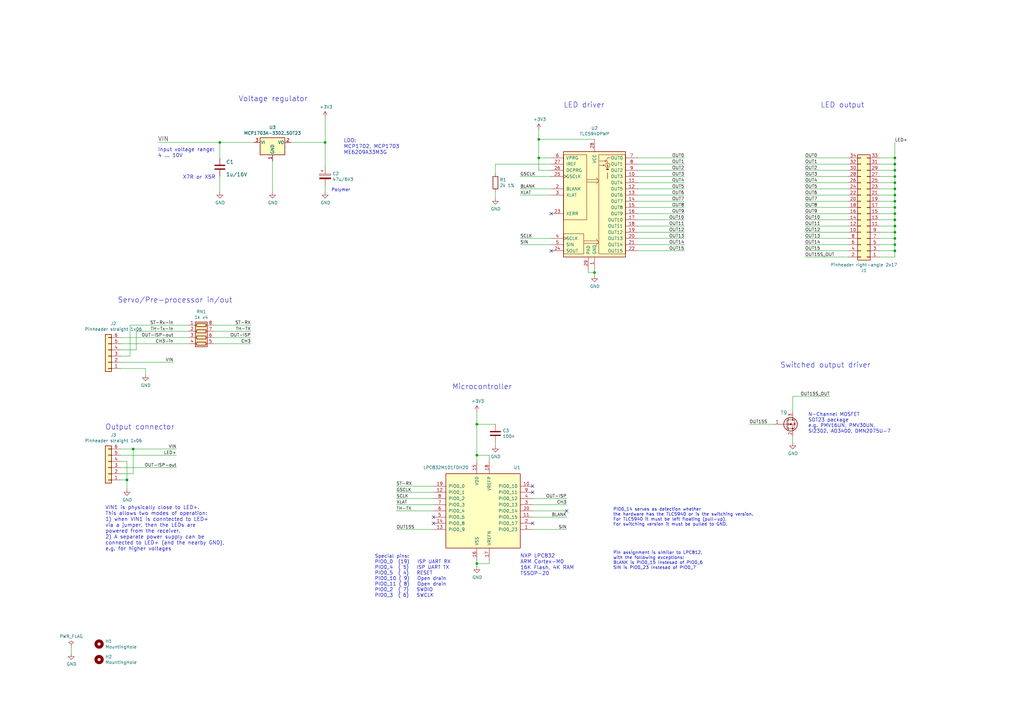
<source format=kicad_sch>
(kicad_sch (version 20211123) (generator eeschema)
  (paper "A3")
  (title_block (title "DIY RC Light Controller Mk4P") (date "2025-01-12") (rev "4") (company "LANE Boys RC") (comment 1 "laneboysrc@gmail.com"))
  (lib_symbols
    (symbol "Connector_Generic:Conn_01x06" (pin_names (offset 1.016) hide)
      (property "Reference" "J" (at 0 7.62 0))
      (property "Value" "Conn_01x06" (at 0 -10.16 0))
      (symbol "Conn_01x06_1_1"
        (rectangle (start -1.27 -7.493) (end 0 -7.747) (stroke (width 0.1524)))
        (rectangle (start -1.27 -4.953) (end 0 -5.207) (stroke (width 0.1524)))
        (rectangle (start -1.27 -2.413) (end 0 -2.667) (stroke (width 0.1524)))
        (rectangle (start -1.27 0.127) (end 0 -0.127) (stroke (width 0.1524)))
        (rectangle (start -1.27 2.667) (end 0 2.413) (stroke (width 0.1524)))
        (rectangle (start -1.27 5.207) (end 0 4.953) (stroke (width 0.1524)))
        (rectangle (start -1.27 6.35) (end 1.27 -8.89) (stroke (width 0.254)) (fill (type background)))
        (pin passive line (at -5.08 5.08 0) (length 3.81) (name "Pin_1") (number "1"))
        (pin passive line (at -5.08 2.54 0) (length 3.81) (name "Pin_2") (number "2"))
        (pin passive line (at -5.08 0 0) (length 3.81) (name "Pin_3") (number "3"))
        (pin passive line (at -5.08 -2.54 0) (length 3.81) (name "Pin_4") (number "4"))
        (pin passive line (at -5.08 -5.08 0) (length 3.81) (name "Pin_5") (number "5"))
        (pin passive line (at -5.08 -7.62 0) (length 3.81) (name "Pin_6") (number "6"))
      )
    )
    (symbol "Connector_Generic:Conn_02x17_Odd_Even" (pin_names (offset 1.016) hide)
      (property "Reference" "J" (at 1.27 22.86 0))
      (property "Value" "Conn_02x17_Odd_Even" (at 1.27 -22.86 0))
      (symbol "Conn_02x17_Odd_Even_1_1"
        (rectangle (start -1.27 -20.193) (end 0 -20.447) (stroke (width 0.1524)))
        (rectangle (start -1.27 -17.653) (end 0 -17.907) (stroke (width 0.1524)))
        (rectangle (start -1.27 -15.113) (end 0 -15.367) (stroke (width 0.1524)))
        (rectangle (start -1.27 -12.573) (end 0 -12.827) (stroke (width 0.1524)))
        (rectangle (start -1.27 -10.033) (end 0 -10.287) (stroke (width 0.1524)))
        (rectangle (start -1.27 -7.493) (end 0 -7.747) (stroke (width 0.1524)))
        (rectangle (start -1.27 -4.953) (end 0 -5.207) (stroke (width 0.1524)))
        (rectangle (start -1.27 -2.413) (end 0 -2.667) (stroke (width 0.1524)))
        (rectangle (start -1.27 0.127) (end 0 -0.127) (stroke (width 0.1524)))
        (rectangle (start -1.27 2.667) (end 0 2.413) (stroke (width 0.1524)))
        (rectangle (start -1.27 5.207) (end 0 4.953) (stroke (width 0.1524)))
        (rectangle (start -1.27 7.747) (end 0 7.493) (stroke (width 0.1524)))
        (rectangle (start -1.27 10.287) (end 0 10.033) (stroke (width 0.1524)))
        (rectangle (start -1.27 12.827) (end 0 12.573) (stroke (width 0.1524)))
        (rectangle (start -1.27 15.367) (end 0 15.113) (stroke (width 0.1524)))
        (rectangle (start -1.27 17.907) (end 0 17.653) (stroke (width 0.1524)))
        (rectangle (start -1.27 20.447) (end 0 20.193) (stroke (width 0.1524)))
        (rectangle (start -1.27 21.59) (end 3.81 -21.59) (stroke (width 0.254)) (fill (type background)))
        (rectangle (start 3.81 -20.193) (end 2.54 -20.447) (stroke (width 0.1524)))
        (rectangle (start 3.81 -17.653) (end 2.54 -17.907) (stroke (width 0.1524)))
        (rectangle (start 3.81 -15.113) (end 2.54 -15.367) (stroke (width 0.1524)))
        (rectangle (start 3.81 -12.573) (end 2.54 -12.827) (stroke (width 0.1524)))
        (rectangle (start 3.81 -10.033) (end 2.54 -10.287) (stroke (width 0.1524)))
        (rectangle (start 3.81 -7.493) (end 2.54 -7.747) (stroke (width 0.1524)))
        (rectangle (start 3.81 -4.953) (end 2.54 -5.207) (stroke (width 0.1524)))
        (rectangle (start 3.81 -2.413) (end 2.54 -2.667) (stroke (width 0.1524)))
        (rectangle (start 3.81 0.127) (end 2.54 -0.127) (stroke (width 0.1524)))
        (rectangle (start 3.81 2.667) (end 2.54 2.413) (stroke (width 0.1524)))
        (rectangle (start 3.81 5.207) (end 2.54 4.953) (stroke (width 0.1524)))
        (rectangle (start 3.81 7.747) (end 2.54 7.493) (stroke (width 0.1524)))
        (rectangle (start 3.81 10.287) (end 2.54 10.033) (stroke (width 0.1524)))
        (rectangle (start 3.81 12.827) (end 2.54 12.573) (stroke (width 0.1524)))
        (rectangle (start 3.81 15.367) (end 2.54 15.113) (stroke (width 0.1524)))
        (rectangle (start 3.81 17.907) (end 2.54 17.653) (stroke (width 0.1524)))
        (rectangle (start 3.81 20.447) (end 2.54 20.193) (stroke (width 0.1524)))
        (pin passive line (at -5.08 20.32 0) (length 3.81) (name "Pin_1") (number "1"))
        (pin passive line (at 7.62 10.16 180) (length 3.81) (name "Pin_10") (number "10"))
        (pin passive line (at -5.08 7.62 0) (length 3.81) (name "Pin_11") (number "11"))
        (pin passive line (at 7.62 7.62 180) (length 3.81) (name "Pin_12") (number "12"))
        (pin passive line (at -5.08 5.08 0) (length 3.81) (name "Pin_13") (number "13"))
        (pin passive line (at 7.62 5.08 180) (length 3.81) (name "Pin_14") (number "14"))
        (pin passive line (at -5.08 2.54 0) (length 3.81) (name "Pin_15") (number "15"))
        (pin passive line (at 7.62 2.54 180) (length 3.81) (name "Pin_16") (number "16"))
        (pin passive line (at -5.08 0 0) (length 3.81) (name "Pin_17") (number "17"))
        (pin passive line (at 7.62 0 180) (length 3.81) (name "Pin_18") (number "18"))
        (pin passive line (at -5.08 -2.54 0) (length 3.81) (name "Pin_19") (number "19"))
        (pin passive line (at 7.62 20.32 180) (length 3.81) (name "Pin_2") (number "2"))
        (pin passive line (at 7.62 -2.54 180) (length 3.81) (name "Pin_20") (number "20"))
        (pin passive line (at -5.08 -5.08 0) (length 3.81) (name "Pin_21") (number "21"))
        (pin passive line (at 7.62 -5.08 180) (length 3.81) (name "Pin_22") (number "22"))
        (pin passive line (at -5.08 -7.62 0) (length 3.81) (name "Pin_23") (number "23"))
        (pin passive line (at 7.62 -7.62 180) (length 3.81) (name "Pin_24") (number "24"))
        (pin passive line (at -5.08 -10.16 0) (length 3.81) (name "Pin_25") (number "25"))
        (pin passive line (at 7.62 -10.16 180) (length 3.81) (name "Pin_26") (number "26"))
        (pin passive line (at -5.08 -12.7 0) (length 3.81) (name "Pin_27") (number "27"))
        (pin passive line (at 7.62 -12.7 180) (length 3.81) (name "Pin_28") (number "28"))
        (pin passive line (at -5.08 -15.24 0) (length 3.81) (name "Pin_29") (number "29"))
        (pin passive line (at -5.08 17.78 0) (length 3.81) (name "Pin_3") (number "3"))
        (pin passive line (at 7.62 -15.24 180) (length 3.81) (name "Pin_30") (number "30"))
        (pin passive line (at -5.08 -17.78 0) (length 3.81) (name "Pin_31") (number "31"))
        (pin passive line (at 7.62 -17.78 180) (length 3.81) (name "Pin_32") (number "32"))
        (pin passive line (at -5.08 -20.32 0) (length 3.81) (name "Pin_33") (number "33"))
        (pin passive line (at 7.62 -20.32 180) (length 3.81) (name "Pin_34") (number "34"))
        (pin passive line (at 7.62 17.78 180) (length 3.81) (name "Pin_4") (number "4"))
        (pin passive line (at -5.08 15.24 0) (length 3.81) (name "Pin_5") (number "5"))
        (pin passive line (at 7.62 15.24 180) (length 3.81) (name "Pin_6") (number "6"))
        (pin passive line (at -5.08 12.7 0) (length 3.81) (name "Pin_7") (number "7"))
        (pin passive line (at 7.62 12.7 180) (length 3.81) (name "Pin_8") (number "8"))
        (pin passive line (at -5.08 10.16 0) (length 3.81) (name "Pin_9") (number "9"))
      )
    )
    (symbol "Device:C" (pin_numbers hide) (pin_names (offset 0.254))
      (property "Reference" "C" (at 0.635 2.54 0))
      (property "Value" "C" (at 0.635 -2.54 0))
      (symbol "C_0_1"
        (polyline (pts (xy -2.032 -0.762) (xy 2.032 -0.762)) (stroke (width 0.508)))
        (polyline (pts (xy -2.032 0.762) (xy 2.032 0.762)) (stroke (width 0.508)))
      )
      (symbol "C_1_1"
        (pin passive line (at 0 3.81 270) (length 2.794) (name "~") (number "1"))
        (pin passive line (at 0 -3.81 90) (length 2.794) (name "~") (number "2"))
      )
    )
    (symbol "Device:Q_NMOS_GSD" (pin_names (offset 0) hide)
      (property "Reference" "Q" (at 5.08 1.27 0))
      (property "Value" "Q_NMOS_GSD" (at 5.08 -1.27 0))
      (symbol "Q_NMOS_GSD_0_1"
        (polyline (pts (xy 0.254 0) (xy -2.54 0)))
        (polyline (pts (xy 0.254 1.905) (xy 0.254 -1.905)) (stroke (width 0.254)))
        (polyline (pts (xy 0.762 -1.27) (xy 0.762 -2.286)) (stroke (width 0.254)))
        (polyline (pts (xy 0.762 0.508) (xy 0.762 -0.508)) (stroke (width 0.254)))
        (polyline (pts (xy 0.762 2.286) (xy 0.762 1.27)) (stroke (width 0.254)))
        (polyline (pts (xy 2.54 2.54) (xy 2.54 1.778)))
        (polyline (pts (xy 2.54 -2.54) (xy 2.54 0) (xy 0.762 0)))
        (polyline (pts (xy 0.762 -1.778) (xy 3.302 -1.778) (xy 3.302 1.778) (xy 0.762 1.778)))
        (polyline (pts (xy 1.016 0) (xy 2.032 0.381) (xy 2.032 -0.381) (xy 1.016 0)) (fill (type outline)))
        (polyline (pts (xy 2.794 0.508) (xy 2.921 0.381) (xy 3.683 0.381) (xy 3.81 0.254)))
        (polyline (pts (xy 3.302 0.381) (xy 2.921 -0.254) (xy 3.683 -0.254) (xy 3.302 0.381)))
        (circle (center 1.651 0) (radius 2.794) (stroke (width 0.254)))
        (circle (center 2.54 -1.778) (radius 0.254) (fill (type outline)))
        (circle (center 2.54 1.778) (radius 0.254) (fill (type outline)))
      )
      (symbol "Q_NMOS_GSD_1_1"
        (pin input line (at -5.08 0 0) (length 2.54) (name "G") (number "1"))
        (pin passive line (at 2.54 -5.08 90) (length 2.54) (name "S") (number "2"))
        (pin passive line (at 2.54 5.08 270) (length 2.54) (name "D") (number "3"))
      )
    )
    (symbol "Device:R" (pin_numbers hide) (pin_names (offset 0))
      (property "Reference" "R" (at 2.032 0 90))
      (property "Value" "R" (at 0 0 90))
      (symbol "R_0_1"
        (rectangle (start -1.016 -2.54) (end 1.016 2.54) (stroke (width 0.254)))
      )
      (symbol "R_1_1"
        (pin passive line (at 0 3.81 270) (length 1.27) (name "~") (number "1"))
        (pin passive line (at 0 -3.81 90) (length 1.27) (name "~") (number "2"))
      )
    )
    (symbol "Device:R_Pack04" (pin_names (offset 0) hide)
      (property "Reference" "RN" (at -7.62 0 90))
      (property "Value" "R_Pack04" (at 5.08 0 90))
      (symbol "R_Pack04_0_1"
        (rectangle (start -6.35 -2.413) (end 3.81 2.413) (stroke (width 0.254)) (fill (type background)))
        (rectangle (start -5.715 1.905) (end -4.445 -1.905) (stroke (width 0.254)))
        (rectangle (start -3.175 1.905) (end -1.905 -1.905) (stroke (width 0.254)))
        (rectangle (start -0.635 1.905) (end 0.635 -1.905) (stroke (width 0.254)))
        (polyline (pts (xy -5.08 -2.54) (xy -5.08 -1.905)))
        (polyline (pts (xy -5.08 1.905) (xy -5.08 2.54)))
        (polyline (pts (xy -2.54 -2.54) (xy -2.54 -1.905)))
        (polyline (pts (xy -2.54 1.905) (xy -2.54 2.54)))
        (polyline (pts (xy 0 -2.54) (xy 0 -1.905)))
        (polyline (pts (xy 0 1.905) (xy 0 2.54)))
        (polyline (pts (xy 2.54 -2.54) (xy 2.54 -1.905)))
        (polyline (pts (xy 2.54 1.905) (xy 2.54 2.54)))
        (rectangle (start 1.905 1.905) (end 3.175 -1.905) (stroke (width 0.254)))
      )
      (symbol "R_Pack04_1_1"
        (pin passive line (at -5.08 -5.08 90) (length 2.54) (name "R1.1") (number "1"))
        (pin passive line (at -2.54 -5.08 90) (length 2.54) (name "R2.1") (number "2"))
        (pin passive line (at 0 -5.08 90) (length 2.54) (name "R3.1") (number "3"))
        (pin passive line (at 2.54 -5.08 90) (length 2.54) (name "R4.1") (number "4"))
        (pin passive line (at 2.54 5.08 270) (length 2.54) (name "R4.2") (number "5"))
        (pin passive line (at 0 5.08 270) (length 2.54) (name "R3.2") (number "6"))
        (pin passive line (at -2.54 5.08 270) (length 2.54) (name "R2.2") (number "7"))
        (pin passive line (at -5.08 5.08 270) (length 2.54) (name "R1.2") (number "8"))
      )
    )
    (symbol "Driver_LED:TLC5940PWP" (pin_names (offset 1.016))
      (property "Reference" "U" (at -12.7 22.225 0))
      (property "Value" "TLC5940PWP" (at 1.27 22.225 0))
      (symbol "TLC5940PWP_0_1"
        (rectangle (start -12.7 -21.59) (end -4.445 -13.335))
        (rectangle (start -12.7 19.05) (end -3.175 -7.62))
        (rectangle (start -12.7 20.32) (end 12.7 -22.86) (stroke (width 0.254)) (fill (type background)))
        (polyline (pts (xy -4.318 -16.256) (xy 1.27 -16.256)))
        (polyline (pts (xy -3.175 8.89) (xy 1.27 8.89)))
        (polyline (pts (xy 1.27 -17.272) (xy -4.318 -17.272)))
        (polyline (pts (xy 1.27 7.874) (xy -3.175 7.874)))
        (polyline (pts (xy 1.778 -16.764) (xy 0.762 -18.034)))
        (polyline (pts (xy 1.778 -16.764) (xy 0.762 -15.494)))
        (polyline (pts (xy 1.778 8.382) (xy 0.762 7.112)))
        (polyline (pts (xy 1.778 8.382) (xy 0.762 9.652)))
        (polyline (pts (xy 5.334 13.716) (xy 5.334 13.208)))
        (polyline (pts (xy 5.334 14.224) (xy 5.588 14.732)))
        (polyline (pts (xy 5.334 15.24) (xy 5.334 14.224) (xy 5.08 14.732)))
        (polyline (pts (xy 5.334 15.748) (xy 5.334 16.002) (xy 4.826 17.272)))
        (polyline (pts (xy 5.334 17.272) (xy 5.334 17.78) (xy 6.604 17.78)))
        (polyline (pts (xy 2.032 14.732) (xy 4.064 14.732) (xy 3.556 14.986) (xy 4.064 14.732) (xy 3.556 14.478)))
        (polyline (pts (xy 2.032 16.51) (xy 4.826 16.51) (xy 4.318 16.764) (xy 4.826 16.51) (xy 4.318 16.256)))
        (rectangle (start 1.778 19.05) (end 12.7 -21.59))
        (rectangle (start 4.826 13.208) (end 5.842 12.954) (fill (type outline)))
        (circle (center 5.334 9.525) (radius 0.127) (fill (type outline)))
        (circle (center 5.334 10.16) (radius 0.127) (fill (type outline)))
        (circle (center 5.334 10.795) (radius 0.127) (fill (type outline)))
        (circle (center 5.334 11.43) (radius 0.127) (fill (type outline)))
        (circle (center 5.334 14.732) (radius 0.9144))
      )
      (symbol "TLC5940PWP_1_1"
        (pin power_in line (at 0 -27.94 90) (length 5.08) (name "GND") (number "1"))
        (pin open_collector line (at 17.78 10.16 180) (length 5.08) (name "OUT3") (number "10"))
        (pin open_collector line (at 17.78 7.62 180) (length 5.08) (name "OUT4") (number "11"))
        (pin open_collector line (at 17.78 5.08 180) (length 5.08) (name "OUT5") (number "12"))
        (pin open_collector line (at 17.78 2.54 180) (length 5.08) (name "OUT6") (number "13"))
        (pin open_collector line (at 17.78 0 180) (length 5.08) (name "OUT7") (number "14"))
        (pin open_collector line (at 17.78 -2.54 180) (length 5.08) (name "OUT8") (number "15"))
        (pin open_collector line (at 17.78 -5.08 180) (length 5.08) (name "OUT9") (number "16"))
        (pin open_collector line (at 17.78 -7.62 180) (length 5.08) (name "OUT10") (number "17"))
        (pin open_collector line (at 17.78 -10.16 180) (length 5.08) (name "OUT11") (number "18"))
        (pin open_collector line (at 17.78 -12.7 180) (length 5.08) (name "OUT12") (number "19"))
        (pin input line (at -17.78 5.08 0) (length 5.08) (name "BLANK") (number "2"))
        (pin open_collector line (at 17.78 -15.24 180) (length 5.08) (name "OUT13") (number "20"))
        (pin open_collector line (at 17.78 -17.78 180) (length 5.08) (name "OUT14") (number "21"))
        (pin open_collector line (at 17.78 -20.32 180) (length 5.08) (name "OUT15") (number "22"))
        (pin open_collector line (at -17.78 -5.08 0) (length 5.08) (name "XERR") (number "23"))
        (pin output line (at -17.78 -20.32 0) (length 5.08) (name "SOUT") (number "24"))
        (pin input clock (at -17.78 10.16 0) (length 5.08) (name "GSCLK") (number "25"))
        (pin input line (at -17.78 12.7 0) (length 5.08) (name "DCPRG") (number "26"))
        (pin input line (at -17.78 15.24 0) (length 5.08) (name "IREF") (number "27"))
        (pin power_in line (at 0 25.4 270) (length 5.08) (name "VCC") (number "28"))
        (pin input line (at -2.54 -27.94 90) (length 5.08) (name "PAD") (number "29"))
        (pin input line (at -17.78 2.54 0) (length 5.08) (name "XLAT") (number "3"))
        (pin input clock (at -17.78 -15.24 0) (length 5.08) (name "SCLK") (number "4"))
        (pin input line (at -17.78 -17.78 0) (length 5.08) (name "SIN") (number "5"))
        (pin input line (at -17.78 17.78 0) (length 5.08) (name "VPRG") (number "6"))
        (pin open_collector line (at 17.78 17.78 180) (length 5.08) (name "OUT0") (number "7"))
        (pin open_collector line (at 17.78 15.24 180) (length 5.08) (name "OUT1") (number "8"))
        (pin open_collector line (at 17.78 12.7 180) (length 5.08) (name "OUT2") (number "9"))
      )
    )
    (symbol "MCU_NXP_LPC:LPC832M101FDH20" (pin_names (offset 1.016))
      (property "Reference" "U" (at -11.43 16.51 0))
      (property "Value" "LPC832M101FDH20" (at 21.59 16.51 0))
      (symbol "LPC832M101FDH20_0_1"
        (rectangle (start -15.24 15.24) (end 15.24 -15.24) (stroke (width 0.254)) (fill (type background)))
      )
      (symbol "LPC832M101FDH20_1_1"
        (pin bidirectional line (at 20.32 -7.62 180) (length 5.08) (name "PIO0_23") (number "1"))
        (pin bidirectional line (at 20.32 10.16 180) (length 5.08) (name "PIO0_10") (number "10"))
        (pin bidirectional line (at 20.32 -2.54 180) (length 5.08) (name "PIO0_15") (number "11"))
        (pin bidirectional line (at -20.32 7.62 0) (length 5.08) (name "PIO0_1") (number "12"))
        (pin bidirectional line (at -20.32 -7.62 0) (length 5.08) (name "PIO0_9") (number "13"))
        (pin bidirectional line (at -20.32 -5.08 0) (length 5.08) (name "PIO0_8") (number "14"))
        (pin power_in line (at -2.54 20.32 270) (length 5.08) (name "VDD") (number "15"))
        (pin power_in line (at -2.54 -20.32 90) (length 5.08) (name "VSS") (number "16"))
        (pin power_in line (at 2.54 -20.32 90) (length 5.08) (name "VREFN") (number "17"))
        (pin power_in line (at 2.54 20.32 270) (length 5.08) (name "VREFP") (number "18"))
        (pin bidirectional line (at -20.32 10.16 0) (length 5.08) (name "PIO0_0") (number "19"))
        (pin bidirectional line (at 20.32 -5.08 180) (length 5.08) (name "PIO0_17") (number "2"))
        (pin bidirectional line (at 20.32 0 180) (length 5.08) (name "PIO0_14") (number "20"))
        (pin bidirectional line (at 20.32 2.54 180) (length 5.08) (name "PIO0_13") (number "3"))
        (pin bidirectional line (at 20.32 5.08 180) (length 5.08) (name "PIO0_12") (number "4"))
        (pin bidirectional line (at -20.32 -2.54 0) (length 5.08) (name "PIO0_5") (number "5"))
        (pin bidirectional line (at -20.32 0 0) (length 5.08) (name "PIO0_4") (number "6"))
        (pin bidirectional line (at -20.32 2.54 0) (length 5.08) (name "PIO0_3") (number "7"))
        (pin bidirectional line (at -20.32 5.08 0) (length 5.08) (name "PIO0_2") (number "8"))
        (pin bidirectional line (at 20.32 7.62 180) (length 5.08) (name "PIO0_11") (number "9"))
      )
    )
    (symbol "Mechanical:MountingHole" (pin_names (offset 1.016))
      (property "Reference" "H" (at 0 5.08 0))
      (property "Value" "MountingHole" (at 0 3.175 0))
      (symbol "MountingHole_0_1"
        (circle (center 0 0) (radius 1.27) (stroke (width 1.27)))
      )
    )
    (symbol "power:+3V3" (power) (pin_names (offset 0))
      (property "Value" "+3V3" (at 0 3.556 0))
      (symbol "+3V3_0_1"
        (polyline (pts (xy -0.762 1.27) (xy 0 2.54)))
        (polyline (pts (xy 0 0) (xy 0 2.54)))
        (polyline (pts (xy 0 2.54) (xy 0.762 1.27)))
      )
      (symbol "+3V3_1_1"
        (pin power_in line (at 0 0 90) (length 0) hide (name "+3V3") (number "1"))
      )
    )
    (symbol "power:GND" (power) (pin_names (offset 0))
      (property "Value" "GND" (at 0 -3.81 0))
      (symbol "GND_0_1"
        (polyline (pts (xy 0 0) (xy 0 -1.27) (xy 1.27 -1.27) (xy 0 -2.54) (xy -1.27 -1.27) (xy 0 -1.27)))
      )
      (symbol "GND_1_1"
        (pin power_in line (at 0 0 270) (length 0) hide (name "GND") (number "1"))
      )
    )
    (symbol "power:PWR_FLAG" (power) (pin_numbers hide) (pin_names (offset 0) hide)
      (property "Value" "PWR_FLAG" (at 0 3.81 0))
      (symbol "PWR_FLAG_0_0"
        (pin power_out line (at 0 0 90) (length 0) (name "pwr") (number "1"))
      )
      (symbol "PWR_FLAG_0_1"
        (polyline (pts (xy 0 0) (xy 0 1.27) (xy -1.016 1.905) (xy 0 2.54) (xy 1.016 1.905) (xy 0 1.27)))
      )
    )
    (symbol "rc-light-controller-pinheader-lpc832-rescue:CP-Device" (pin_numbers hide) (pin_names (offset 0.254))
      (property "Reference" "C" (at 0.635 2.54 0))
      (property "Value" "CP-Device" (at 0.635 -2.54 0))
      (symbol "CP-Device_0_1"
        (rectangle (start -2.286 0.508) (end 2.286 1.016))
        (polyline (pts (xy -1.778 2.286) (xy -0.762 2.286)))
        (polyline (pts (xy -1.27 2.794) (xy -1.27 1.778)))
        (rectangle (start 2.286 -0.508) (end -2.286 -1.016) (fill (type outline)))
      )
      (symbol "CP-Device_1_1"
        (pin passive line (at 0 3.81 270) (length 2.794) (name "~") (number "1"))
        (pin passive line (at 0 -3.81 90) (length 2.794) (name "~") (number "2"))
      )
    )
    (symbol "rc-light-controller-pinheader-lpc832-rescue:MCP1703A-3302_SOT23-Regulator_Linear" (pin_names (offset 0.254))
      (property "Reference" "U" (at -3.81 3.175 0))
      (property "Value" "MCP1703A-3302_SOT23-Regulator_Linear" (at 0 3.175 0))
      (symbol "MCP1703A-3302_SOT23-Regulator_Linear_0_1"
        (rectangle (start -5.08 -5.08) (end 5.08 1.905) (stroke (width 0.254)) (fill (type background)))
      )
      (symbol "MCP1703A-3302_SOT23-Regulator_Linear_1_1"
        (pin power_in line (at 0 -7.62 90) (length 2.54) (name "GND") (number "1"))
        (pin power_out line (at 7.62 0 180) (length 2.54) (name "VO") (number "2"))
        (pin power_in line (at -7.62 0 0) (length 2.54) (name "VI") (number "3"))
      )
    )
  )
  (junction (at 367.03 82.55))
  (junction (at 54.61 184.15))
  (junction (at 367.03 74.93))
  (junction (at 195.58 231.14))
  (junction (at 367.03 95.25))
  (junction (at 367.03 97.79))
  (junction (at 220.98 57.15))
  (junction (at 195.58 186.69))
  (junction (at 195.58 173.99))
  (junction (at 367.03 87.63))
  (junction (at 367.03 102.87))
  (junction (at 367.03 85.09))
  (junction (at 367.03 77.47))
  (junction (at 52.07 196.85))
  (junction (at 90.17 58.42))
  (junction (at 367.03 69.85))
  (junction (at 367.03 80.01))
  (junction (at 367.03 67.31))
  (junction (at 133.35 58.42))
  (junction (at 220.98 64.77))
  (junction (at 367.03 100.33))
  (junction (at 367.03 64.77))
  (junction (at 367.03 72.39))
  (junction (at 367.03 90.17))
  (junction (at 367.03 92.71))
  (junction (at 243.84 111.76))
  (no_connect (at 226.06 87.63))
  (no_connect (at 232.41 209.55))
  (no_connect (at 177.8 214.63))
  (no_connect (at 226.06 102.87))
  (no_connect (at 218.44 199.39))
  (no_connect (at 218.44 214.63))
  (no_connect (at 218.44 201.93))
  (no_connect (at 177.8 212.09))
  (wire (pts (xy 330.2 69.85) (xy 347.98 69.85)))
  (wire (pts (xy 213.36 97.79) (xy 226.06 97.79)))
  (wire (pts (xy 307.34 173.99) (xy 317.5 173.99)))
  (wire (pts (xy 367.03 90.17) (xy 367.03 92.71)))
  (wire (pts (xy 49.53 194.31) (xy 54.61 194.31)))
  (wire (pts (xy 367.03 85.09) (xy 367.03 87.63)))
  (wire (pts (xy 195.58 229.87) (xy 195.58 231.14)))
  (wire (pts (xy 162.56 201.93) (xy 177.8 201.93)))
  (wire (pts (xy 330.2 82.55) (xy 347.98 82.55)))
  (wire (pts (xy 226.06 69.85) (xy 220.98 69.85)))
  (wire (pts (xy 241.3 111.76) (xy 243.84 111.76)))
  (wire (pts (xy 360.68 85.09) (xy 367.03 85.09)))
  (wire (pts (xy 90.17 78.74) (xy 90.17 72.39)))
  (wire (pts (xy 261.62 72.39) (xy 280.67 72.39)))
  (wire (pts (xy 243.84 57.15) (xy 220.98 57.15)))
  (wire (pts (xy 367.03 100.33) (xy 367.03 102.87)))
  (wire (pts (xy 54.61 194.31) (xy 54.61 184.15)))
  (wire (pts (xy 220.98 64.77) (xy 220.98 57.15)))
  (wire (pts (xy 49.53 184.15) (xy 54.61 184.15)))
  (wire (pts (xy 29.21 265.43) (xy 29.21 267.97)))
  (wire (pts (xy 360.68 95.25) (xy 367.03 95.25)))
  (wire (pts (xy 243.84 111.76) (xy 243.84 113.03)))
  (wire (pts (xy 203.2 67.31) (xy 203.2 71.12)))
  (wire (pts (xy 261.62 97.79) (xy 280.67 97.79)))
  (wire (pts (xy 213.36 72.39) (xy 226.06 72.39)))
  (wire (pts (xy 330.2 95.25) (xy 347.98 95.25)))
  (wire (pts (xy 367.03 72.39) (xy 367.03 69.85)))
  (wire (pts (xy 261.62 69.85) (xy 280.67 69.85)))
  (wire (pts (xy 367.03 64.77) (xy 367.03 58.42)))
  (wire (pts (xy 325.12 168.91) (xy 325.12 162.56)))
  (wire (pts (xy 241.3 110.49) (xy 241.3 111.76)))
  (wire (pts (xy 360.68 92.71) (xy 367.03 92.71)))
  (wire (pts (xy 360.68 80.01) (xy 367.03 80.01)))
  (wire (pts (xy 261.62 82.55) (xy 280.67 82.55)))
  (wire (pts (xy 330.2 64.77) (xy 347.98 64.77)))
  (wire (pts (xy 367.03 72.39) (xy 360.68 72.39)))
  (wire (pts (xy 330.2 97.79) (xy 347.98 97.79)))
  (wire (pts (xy 360.68 90.17) (xy 367.03 90.17)))
  (wire (pts (xy 232.41 207.01) (xy 218.44 207.01)))
  (wire (pts (xy 261.62 92.71) (xy 280.67 92.71)))
  (wire (pts (xy 367.03 69.85) (xy 367.03 67.31)))
  (wire (pts (xy 330.2 72.39) (xy 347.98 72.39)))
  (wire (pts (xy 49.53 148.59) (xy 71.12 148.59)))
  (wire (pts (xy 367.03 97.79) (xy 367.03 100.33)))
  (wire (pts (xy 226.06 77.47) (xy 213.36 77.47)))
  (wire (pts (xy 133.35 76.2) (xy 133.35 78.74)))
  (wire (pts (xy 330.2 74.93) (xy 347.98 74.93)))
  (wire (pts (xy 59.69 151.13) (xy 49.53 151.13)))
  (wire (pts (xy 330.2 85.09) (xy 347.98 85.09)))
  (wire (pts (xy 261.62 102.87) (xy 280.67 102.87)))
  (wire (pts (xy 330.2 67.31) (xy 347.98 67.31)))
  (wire (pts (xy 90.17 64.77) (xy 90.17 58.42)))
  (wire (pts (xy 243.84 110.49) (xy 243.84 111.76)))
  (wire (pts (xy 360.68 105.41) (xy 367.03 105.41)))
  (wire (pts (xy 325.12 179.07) (xy 325.12 181.61)))
  (wire (pts (xy 232.41 204.47) (xy 218.44 204.47)))
  (wire (pts (xy 72.39 191.77) (xy 49.53 191.77)))
  (wire (pts (xy 111.76 66.04) (xy 111.76 78.74)))
  (wire (pts (xy 261.62 90.17) (xy 280.67 90.17)))
  (wire (pts (xy 360.68 100.33) (xy 367.03 100.33)))
  (wire (pts (xy 102.87 133.35) (xy 87.63 133.35)))
  (wire (pts (xy 367.03 80.01) (xy 367.03 82.55)))
  (wire (pts (xy 119.38 58.42) (xy 133.35 58.42)))
  (wire (pts (xy 203.2 78.74) (xy 203.2 81.28)))
  (wire (pts (xy 261.62 95.25) (xy 280.67 95.25)))
  (wire (pts (xy 200.66 229.87) (xy 200.66 231.14)))
  (wire (pts (xy 53.34 133.35) (xy 53.34 146.05)))
  (wire (pts (xy 360.68 82.55) (xy 367.03 82.55)))
  (wire (pts (xy 49.53 186.69) (xy 72.39 186.69)))
  (wire (pts (xy 367.03 87.63) (xy 367.03 90.17)))
  (wire (pts (xy 330.2 87.63) (xy 347.98 87.63)))
  (wire (pts (xy 200.66 231.14) (xy 195.58 231.14)))
  (wire (pts (xy 360.68 102.87) (xy 367.03 102.87)))
  (wire (pts (xy 232.41 209.55) (xy 218.44 209.55)))
  (wire (pts (xy 55.88 143.51) (xy 49.53 143.51)))
  (wire (pts (xy 55.88 135.89) (xy 55.88 143.51)))
  (wire (pts (xy 49.53 138.43) (xy 77.47 138.43)))
  (wire (pts (xy 367.03 77.47) (xy 367.03 74.93)))
  (wire (pts (xy 360.68 77.47) (xy 367.03 77.47)))
  (wire (pts (xy 53.34 133.35) (xy 77.47 133.35)))
  (wire (pts (xy 177.8 199.39) (xy 162.56 199.39)))
  (wire (pts (xy 203.2 67.31) (xy 226.06 67.31)))
  (wire (pts (xy 203.2 173.99) (xy 195.58 173.99)))
  (wire (pts (xy 133.35 58.42) (xy 133.35 48.26)))
  (wire (pts (xy 203.2 181.61) (xy 203.2 182.88)))
  (wire (pts (xy 52.07 189.23) (xy 52.07 196.85)))
  (wire (pts (xy 360.68 87.63) (xy 367.03 87.63)))
  (wire (pts (xy 55.88 135.89) (xy 77.47 135.89)))
  (wire (pts (xy 162.56 204.47) (xy 177.8 204.47)))
  (wire (pts (xy 261.62 74.93) (xy 280.67 74.93)))
  (wire (pts (xy 133.35 58.42) (xy 133.35 68.58)))
  (wire (pts (xy 330.2 92.71) (xy 347.98 92.71)))
  (wire (pts (xy 195.58 231.14) (xy 195.58 232.41)))
  (wire (pts (xy 232.41 217.17) (xy 218.44 217.17)))
  (wire (pts (xy 367.03 95.25) (xy 367.03 97.79)))
  (wire (pts (xy 360.68 74.93) (xy 367.03 74.93)))
  (wire (pts (xy 195.58 168.91) (xy 195.58 173.99)))
  (wire (pts (xy 200.66 189.23) (xy 200.66 186.69)))
  (wire (pts (xy 195.58 186.69) (xy 195.58 189.23)))
  (wire (pts (xy 232.41 212.09) (xy 218.44 212.09)))
  (wire (pts (xy 261.62 64.77) (xy 280.67 64.77)))
  (wire (pts (xy 261.62 87.63) (xy 280.67 87.63)))
  (wire (pts (xy 367.03 67.31) (xy 367.03 64.77)))
  (wire (pts (xy 49.53 196.85) (xy 52.07 196.85)))
  (wire (pts (xy 367.03 80.01) (xy 367.03 77.47)))
  (wire (pts (xy 261.62 80.01) (xy 280.67 80.01)))
  (wire (pts (xy 360.68 64.77) (xy 367.03 64.77)))
  (wire (pts (xy 261.62 67.31) (xy 280.67 67.31)))
  (wire (pts (xy 360.68 69.85) (xy 367.03 69.85)))
  (wire (pts (xy 347.98 102.87) (xy 330.2 102.87)))
  (wire (pts (xy 367.03 82.55) (xy 367.03 85.09)))
  (wire (pts (xy 49.53 189.23) (xy 52.07 189.23)))
  (wire (pts (xy 261.62 77.47) (xy 280.67 77.47)))
  (wire (pts (xy 54.61 184.15) (xy 72.39 184.15)))
  (wire (pts (xy 330.2 80.01) (xy 347.98 80.01)))
  (wire (pts (xy 330.2 100.33) (xy 347.98 100.33)))
  (wire (pts (xy 162.56 217.17) (xy 177.8 217.17)))
  (wire (pts (xy 200.66 186.69) (xy 195.58 186.69)))
  (wire (pts (xy 102.87 140.97) (xy 87.63 140.97)))
  (wire (pts (xy 49.53 140.97) (xy 77.47 140.97)))
  (wire (pts (xy 367.03 102.87) (xy 367.03 105.41)))
  (wire (pts (xy 90.17 58.42) (xy 104.14 58.42)))
  (wire (pts (xy 162.56 209.55) (xy 177.8 209.55)))
  (wire (pts (xy 325.12 162.56) (xy 340.36 162.56)))
  (wire (pts (xy 360.68 67.31) (xy 367.03 67.31)))
  (wire (pts (xy 330.2 77.47) (xy 347.98 77.47)))
  (wire (pts (xy 213.36 100.33) (xy 226.06 100.33)))
  (wire (pts (xy 367.03 92.71) (xy 367.03 95.25)))
  (wire (pts (xy 226.06 64.77) (xy 220.98 64.77)))
  (wire (pts (xy 53.34 146.05) (xy 49.53 146.05)))
  (wire (pts (xy 261.62 85.09) (xy 280.67 85.09)))
  (wire (pts (xy 213.36 80.01) (xy 226.06 80.01)))
  (wire (pts (xy 59.69 153.67) (xy 59.69 151.13)))
  (wire (pts (xy 52.07 196.85) (xy 52.07 200.66)))
  (wire (pts (xy 360.68 97.79) (xy 367.03 97.79)))
  (wire (pts (xy 195.58 173.99) (xy 195.58 186.69)))
  (wire (pts (xy 220.98 69.85) (xy 220.98 64.77)))
  (wire (pts (xy 162.56 207.01) (xy 177.8 207.01)))
  (wire (pts (xy 220.98 53.34) (xy 220.98 57.15)))
  (wire (pts (xy 102.87 135.89) (xy 87.63 135.89)))
  (wire (pts (xy 330.2 90.17) (xy 347.98 90.17)))
  (wire (pts (xy 87.63 138.43) (xy 102.87 138.43)))
  (wire (pts (xy 330.2 105.41) (xy 347.98 105.41)))
  (wire (pts (xy 64.77 58.42) (xy 90.17 58.42)))
  (wire (pts (xy 367.03 74.93) (xy 367.03 72.39)))
  (wire (pts (xy 261.62 100.33) (xy 280.67 100.33)))
  (text "N-Channel MOSFET\nSOT23 package\ne.g. PMV16UN, PMV30UN, \nSI2302. AO3400, DMN2075U-7" (at 331.47 177.8 0) (effects (font (size 1.4224 1.4224)) (justify left bottom)))
  (text "LED driver" (at 231.14 44.45 0) (effects (font (size 2.159 2.159)) (justify left bottom)))
  (text "Microcontroller" (at 185.42 160.02 0) (effects (font (size 2.159 2.159)) (justify left bottom)))
  (text "LED output" (at 336.55 44.45 0) (effects (font (size 2.159 2.159)) (justify left bottom)))
  (text "Special pins:\nPIO0_0  (19)   ISP UART RX\nPIO0_4  ( 5)   ISP UART TX\nPIO0_5  ( 4)   RESET\nPIO0_10 ( 9)   Open drain\nPIO0_11 ( 8)   Open drain\nPIO0_2  ( 7)   SWDIO\nPIO0_3  ( 6)   SWCLK" (at 153.67 245.11 0) (effects (font (size 1.4224 1.4224)) (justify left bottom)))
  (text "LDO: \nMCP1702, MCP1703\nME6209A33M3G" (at 140.97 63.5 0) (effects (font (size 1.4986 1.4986)) (justify left bottom)))
  (text "X7R or X5R" (at 74.93 73.66 0) (effects (font (size 1.4986 1.4986)) (justify left bottom)))
  (text "PIO0_14 serves as detection whether \nthe hardware has the TLC5940 or is the switching version. \nFor TLC5940 it must be left floating (pull-up).\nFor switching version it must be pulled to GND." (at 251.46 215.9 0) (effects (font (size 1.27 1.27)) (justify left bottom)))
  (text "Polymer" (at 135.89 78.74 0) (effects (font (size 1.27 1.27)) (justify left bottom)))
  (text "Pin assignment is similar to LPC812,\nwith the following exceptions:\nBLANK is PIO0_15 instesad of PIO0_6\nSIN is PIO0_23 instesad of PIO0_7" (at 251.46 233.68 0) (effects (font (size 1.27 1.27)) (justify left bottom)))
  (text "VIN1 is physically close to LED+.\nThis allows two modes of operation:\n1) when VIN1 is conntected to LED+\nvia a jumper, then the LEDs are \npowered from the receiver.\n2) A separate power supply can be \nconnected to LED+ (and the nearby GND),\ne.g. for higher voltages" (at 43.18 226.06 0) (effects (font (size 1.4986 1.4986)) (justify left bottom)))
  (text "Voltage regulator" (at 97.79 41.91 0) (effects (font (size 2.159 2.159)) (justify left bottom)))
  (text "Servo/Pre-processor in/out" (at 48.26 124.46 0) (effects (font (size 2.159 2.159)) (justify left bottom)))
  (text "Switched output driver" (at 320.04 151.13 0) (effects (font (size 2.159 2.159)) (justify left bottom)))
  (text "NXP LPC832\nARM Cortex-M0\n16K Flash, 4K RAM\nTSSOP-20" (at 213.36 236.22 0) (effects (font (size 1.4986 1.4986)) (justify left bottom)))
  (text "Output connector" (at 43.18 176.53 0) (effects (font (size 2.159 2.159)) (justify left bottom)))
  (text "Input voltage range:\n4 ... 10V" (at 64.77 64.77 0) (effects (font (size 1.4986 1.4986)) (justify left bottom)))
  (label "OUT4" (at 330.2 74.93 0))
  (label "OUT9" (at 330.2 87.63 0))
  (label "OUT13" (at 280.67 97.79 180))
  (label "CH3" (at 232.41 207.01 180))
  (label "OUT-ISP-out" (at 71.12 138.43 180))
  (label "TH-TX" (at 162.56 209.55 0))
  (label "CH3-in" (at 71.12 140.97 180))
  (label "OUT2" (at 330.2 69.85 0))
  (label "OUT0" (at 330.2 64.77 0))
  (label "OUT12" (at 280.67 95.25 180))
  (label "XLAT" (at 162.56 207.01 0))
  (label "SIN" (at 213.36 100.33 0))
  (label "XLAT" (at 213.36 80.01 0))
  (label "OUT3" (at 330.2 72.39 0))
  (label "OUT12" (at 330.2 95.25 0))
  (label "OUT15S" (at 307.34 173.99 0))
  (label "OUT1" (at 280.67 67.31 180))
  (label "SCLK" (at 213.36 97.79 0))
  (label "OUT8" (at 330.2 85.09 0))
  (label "GSCLK" (at 162.56 201.93 0))
  (label "OUT10" (at 330.2 90.17 0))
  (label "OUT2" (at 280.67 69.85 180))
  (label "LED+" (at 367.03 58.42 0))
  (label "OUT-ISP" (at 102.87 138.43 180))
  (label "OUT15S" (at 162.56 217.17 0))
  (label "OUT7" (at 280.67 82.55 180))
  (label "ST-RX" (at 162.56 199.39 0))
  (label "TH-TX" (at 102.87 135.89 180))
  (label "BLANK" (at 232.41 212.09 180))
  (label "LED+" (at 72.39 186.69 180))
  (label "OUT-ISP" (at 232.41 204.47 180))
  (label "VIN" (at 71.12 148.59 180))
  (label "OUT6" (at 280.67 80.01 180))
  (label "OUT9" (at 280.67 87.63 180))
  (label "VIN" (at 64.77 58.42 0) (effects (font (size 1.778 1.778))))
  (label "OUT11" (at 330.2 92.71 0))
  (label "OUT15" (at 330.2 102.87 0))
  (label "OUT3" (at 280.67 72.39 180))
  (label "OUT7" (at 330.2 82.55 0))
  (label "SIN" (at 232.41 217.17 180))
  (label "VIN" (at 72.39 184.15 180))
  (label "OUT5" (at 330.2 77.47 0))
  (label "OUT6" (at 330.2 80.01 0))
  (label "OUT10" (at 280.67 90.17 180))
  (label "TH-Tx-in" (at 71.12 135.89 180))
  (label "OUT15S_OUT" (at 330.2 105.41 0))
  (label "OUT14" (at 280.67 100.33 180))
  (label "ST-RX" (at 102.87 133.35 180))
  (label "ST-Rx-in" (at 71.12 133.35 180))
  (label "OUT5" (at 280.67 77.47 180))
  (label "OUT4" (at 280.67 74.93 180))
  (label "GSCLK" (at 213.36 72.39 0))
  (label "OUT0" (at 280.67 64.77 180))
  (label "OUT8" (at 280.67 85.09 180))
  (label "OUT13" (at 330.2 97.79 0))
  (label "OUT14" (at 330.2 100.33 0))
  (label "OUT-ISP-out" (at 72.39 191.77 180))
  (label "BLANK" (at 213.36 77.47 0))
  (label "OUT15S_OUT" (at 340.36 162.56 180))
  (label "CH3" (at 102.87 140.97 180))
  (label "SCLK" (at 162.56 204.47 0))
  (label "OUT11" (at 280.67 92.71 180))
  (label "OUT1" (at 330.2 67.31 0))
  (label "OUT15" (at 280.67 102.87 180))
  (symbol (lib_id "Device:C") (at 90.17 68.58 0) (unit 1)
    (property "Reference" "C1" (at 92.71 67.31 0) (effects (font (size 1.4986 1.4986)) (justify left bottom)))
    (property "Value" "1u/16V" (at 92.71 72.39 0) (effects (font (size 1.4986 1.4986)) (justify left bottom)))
    (property "Footprint" "Capacitor_SMD:C_0805_2012Metric" (effects hide))
  )
  (symbol (lib_id "power:PWR_FLAG") (at 29.21 265.43 0) (unit 1)
    (property "Reference" "#FLG0101" (effects hide))
    (property "Value" "PWR_FLAG" (at 29.21 261.0104 0))
  )
  (symbol (lib_id "rc-light-controller-pinheader-lpc832-rescue:CP-Device") (at 133.35 72.39 0) (unit 1)
    (property "Reference" "C2" (at 136.3472 71.2216 0) (effects (justify left)))
    (property "Value" "47u/6V3" (at 136.3472 73.533 0) (effects (justify left)))
    (property "Footprint" "Capacitor_SMD:C_0805_2012Metric" (effects hide))
    (property "Datasheet" "https://www.vishay.com/doc?40189" (effects hide))
  )
  (symbol (lib_id "power:GND") (at 59.69 153.67 0) (unit 1)
    (property "Reference" "#PWR0101" (effects hide))
    (property "Value" "GND" (at 59.817 158.0642 0))
  )
  (symbol (lib_id "power:GND") (at 195.58 232.41 0) (unit 1)
    (property "Reference" "#PWR0103" (effects hide))
    (property "Value" "GND" (at 195.707 236.8042 0))
  )
  (symbol (lib_id "power:GND") (at 90.17 78.74 0) (unit 1)
    (property "Reference" "#PWR0104" (effects hide))
    (property "Value" "GND" (at 90.297 83.1342 0))
  )
  (symbol (lib_id "power:GND") (at 111.76 78.74 0) (unit 1)
    (property "Reference" "#PWR0105" (effects hide))
    (property "Value" "GND" (at 111.887 83.1342 0))
  )
  (symbol (lib_id "power:GND") (at 133.35 78.74 0) (unit 1)
    (property "Reference" "#PWR0106" (effects hide))
    (property "Value" "GND" (at 133.477 83.1342 0))
  )
  (symbol (lib_id "power:GND") (at 29.21 267.97 0) (unit 1)
    (property "Reference" "#PWR0111" (effects hide))
    (property "Value" "GND" (at 29.337 272.3642 0))
  )
  (symbol (lib_id "Device:Q_NMOS_GSD") (at 322.58 173.99 0) (unit 1)
    (property "Reference" "T9" (at 320.04 170.18 0) (effects (font (size 1.4986 1.4986)) (justify left bottom)))
    (property "Value" "PMV30UN" (effects hide))
    (property "Footprint" "Package_TO_SOT_SMD:SOT-23" (effects hide))
    (property "Datasheet" "https://assets.nexperia.com/documents/data-sheet/PMV30UN.pdf" (effects hide))
  )
  (symbol (lib_id "power:GND") (at 325.12 181.61 0) (unit 1)
    (property "Reference" "#PWR01" (effects hide))
    (property "Value" "GND" (at 325.247 186.0042 0))
  )
  (symbol (lib_id "power:GND") (at 52.07 200.66 0) (unit 1)
    (property "Reference" "#PWR02" (effects hide))
    (property "Value" "GND" (at 52.197 205.0542 0))
  )
  (symbol (lib_id "Device:R_Pack04") (at 82.55 138.43 270) (unit 1)
    (property "Reference" "RN1" (at 82.55 127.8382 90))
    (property "Value" "1k x4" (at 82.55 130.1496 90))
    (property "Footprint" "Resistor_SMD:R_Array_Convex_4x0603" (effects hide))
    (property "Datasheet" "https://datasheet.lcsc.com/szlcsc/1810311812_UNI-ROYAL-Uniroyal-Elec-4D03WGJ0102T5E_C20197.pdf" (effects hide))
  )
  (symbol (lib_id "Connector_Generic:Conn_02x17_Odd_Even") (at 355.6 85.09 180) (unit 1)
    (property "Reference" "J1" (at 354.33 110.9218 0))
    (property "Value" "Pinheader right-angle 2x17" (at 354.33 108.6104 0))
    (property "Footprint" "Connector_PinHeader_2.54mm:PinHeader_2x17_P2.54mm_Horizontal" (effects hide))
  )
  (symbol (lib_id "power:+3V3") (at 133.35 48.26 0) (unit 1)
    (property "Reference" "#PWR05" (effects hide))
    (property "Value" "+3V3" (at 133.731 43.8658 0))
  )
  (symbol (lib_id "power:+3V3") (at 220.98 53.34 0) (unit 1)
    (property "Reference" "#PWR08" (effects hide))
    (property "Value" "+3V3" (at 221.361 48.9458 0))
  )
  (symbol (lib_id "Driver_LED:TLC5940PWP") (at 243.84 82.55 0) (unit 1)
    (property "Reference" "U2" (at 243.84 52.5526 0))
    (property "Value" "TLC5940PWP" (at 243.84 54.864 0))
    (property "Footprint" "rc-light-controller-tlc5940-lpc812:SOP65P640X120-29N" (effects hide))
    (property "Datasheet" "http://www.ti.com/lit/ds/symlink/tlc5940.pdf" (effects hide))
  )
  (symbol (lib_id "power:+3V3") (at 195.58 168.91 0) (unit 1)
    (property "Reference" "#PWR07" (effects hide))
    (property "Value" "+3V3" (at 195.961 164.5158 0))
  )
  (symbol (lib_id "Connector_Generic:Conn_01x06") (at 44.45 146.05 180) (unit 1)
    (property "Reference" "J2" (at 46.5328 132.715 0))
    (property "Value" "Pinheader straight 1x06" (at 46.5328 135.0264 0))
    (property "Footprint" "rc-light-controller-tlc5940-lpc812:PinHeader_1x06_P2.54mm_Flat" (effects hide))
  )
  (symbol (lib_id "power:GND") (at 243.84 113.03 0) (unit 1)
    (property "Reference" "#PWR06" (effects hide))
    (property "Value" "GND" (at 243.967 117.4242 0))
  )
  (symbol (lib_id "Device:R") (at 203.2 74.93 0) (unit 1)
    (property "Reference" "R1" (at 204.978 73.7616 0) (effects (justify left)))
    (property "Value" "2k 1%" (at 204.978 76.073 0) (effects (justify left)))
    (property "Footprint" "Resistor_SMD:R_0603_1608Metric" (effects hide))
  )
  (symbol (lib_id "power:GND") (at 203.2 81.28 0) (unit 1)
    (property "Reference" "#PWR04" (effects hide))
    (property "Value" "GND" (at 203.327 85.6742 0))
  )
  (symbol (lib_id "Device:C") (at 203.2 177.8 0) (unit 1)
    (property "Reference" "C3" (at 206.121 176.6316 0) (effects (justify left)))
    (property "Value" "100n" (at 206.121 178.943 0) (effects (justify left)))
    (property "Footprint" "Capacitor_SMD:C_0603_1608Metric" (effects hide))
  )
  (symbol (lib_id "power:GND") (at 203.2 182.88 0) (unit 1)
    (property "Reference" "#PWR03" (effects hide))
    (property "Value" "GND" (at 203.327 187.2742 0))
  )
  (symbol (lib_id "Connector_Generic:Conn_01x06") (at 44.45 191.77 180) (unit 1)
    (property "Reference" "J3" (at 46.5328 178.435 0))
    (property "Value" "Pinheader straight 1x06" (at 46.5328 180.7464 0))
    (property "Footprint" "rc-light-controller-tlc5940-lpc812:PinHeader_1x06_P2.54mm_Flat" (effects hide))
  )
  (symbol (lib_id "Mechanical:MountingHole") (at 40.64 264.16 0) (unit 1)
    (property "Reference" "H1" (at 43.18 262.9916 0) (effects (justify left)))
    (property "Value" "MountingHole" (at 43.18 265.303 0) (effects (justify left)))
    (property "Footprint" "MountingHole:MountingHole_2.2mm_M2_ISO14580" (effects hide))
  )
  (symbol (lib_id "Mechanical:MountingHole") (at 40.64 270.51 0) (unit 1)
    (property "Reference" "H2" (at 43.18 269.3416 0) (effects (justify left)))
    (property "Value" "MountingHole" (at 43.18 271.653 0) (effects (justify left)))
    (property "Footprint" "MountingHole:MountingHole_2.2mm_M2_ISO14580" (effects hide))
  )
  (symbol (lib_id "rc-light-controller-pinheader-lpc832-rescue:MCP1703A-3302_SOT23-Regulator_Linear") (at 111.76 58.42 0) (unit 1)
    (property "Reference" "U3" (at 111.76 52.2732 0))
    (property "Value" "MCP1703A-3302_SOT23" (at 111.76 54.5846 0))
    (property "Footprint" "Package_TO_SOT_SMD:SOT-23W" (effects hide))
    (property "Datasheet" "http://ww1.microchip.com/downloads/en/DeviceDoc/20005122B.pdf" (effects hide))
  )
  (symbol (lib_id "MCU_NXP_LPC:LPC832M101FDH20") (at 198.12 209.55 0) (unit 1)
    (property "Reference" "U1" (at 212.09 191.77 0))
    (property "Value" "LPC832M101FDH20" (at 182.88 191.77 0))
    (property "Footprint" "Package_SO:TSSOP-20_4.4x6.5mm_P0.65mm" (effects hide))
    (property "Datasheet" "http://www.nxp.com/documents/data_sheet/LPC83X.pdf" (effects hide))
  )
)
</source>
